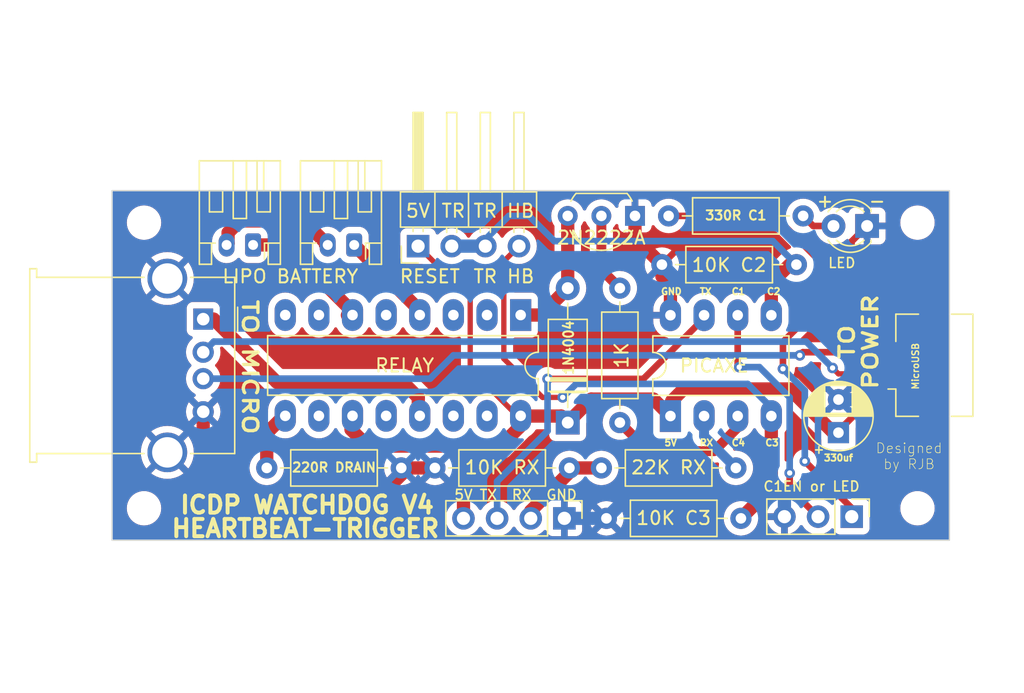
<source format=kicad_pcb>
(kicad_pcb (version 20221018) (generator pcbnew)
  (layers (0 "F.Cu" signal) (31 "B.Cu" signal) (34 "B.Paste" user) (35 "F.Paste" user) (36 "B.SilkS" user "B.Silkscreen") (37 "F.SilkS" user "F.Silkscreen") (38 "B.Mask" user) (39 "F.Mask" user) (44 "Edge.Cuts" user))
  (net 0 "")
  (net 1 "GND")
  (net 2 "5V")
  (net 3 "D+")
  (net 4 "D-")
  (net 5 "TR")
  (net 6 "HB")
  (net 7 "Base")
  (net 8 "Collector")
  (net 9 "RX")
  (net 10 "C2")
  (net 11 "LEDJ")
  (footprint "Connector_PinHeader_2.54mm:PinHeader_1x04_P2.54mm_Horizontal" (layer "F.Cu") (at 87.63 44.323 90)
    (fp_text reference "REF**" hide)
    (fp_text value "PinHeader_1x04_P2.54mm_Horizontal")
    (pad "1" thru_hole rect (at 0 0 90) (size 1.7 1.7) (drill 1) (layers "*.Cu" "*.Mask") (net 2 "5V"))
    (pad "2" thru_hole oval (at 0 2.54 90) (size 1.7 1.7) (drill 1) (layers "*.Cu" "*.Mask") (net 5 "TR"))
    (pad "3" thru_hole oval (at 0 5.08 90) (size 1.7 1.7) (drill 1) (layers "*.Cu" "*.Mask") (net 5 "TR"))
    (pad "4" thru_hole oval (at 0 7.62 90) (size 1.7 1.7) (drill 1) (layers "*.Cu" "*.Mask") (net 6 "HB"))
  )
  (footprint "Connector_USB:USB_Micro-B_Amphenol_10104110_Horizontal" (layer "F.Cu") (at 125.375 53.325 90)
    (fp_text reference "MicroUSB" (at -0.075 -0.175 90) (layer "F.SilkS") (effects (font (size 0.5 0.5) (thickness 0.1))))
    (fp_text value "USB_Micro-B_Amphenol_10104110_Horizontal")
    (pad "1" smd rect (at -1.3 -1.55 90) (size 0.4 1.4) (layers "F.Cu" "F.Paste" "F.Mask") (net 2 "5V"))
    (pad "2" smd rect (at -0.65 -1.55 90) (size 0.4 1.4) (layers "F.Cu" "F.Paste" "F.Mask") (net 4 "D-"))
    (pad "3" smd rect (at 0 -1.55 90) (size 0.4 1.4) (layers "F.Cu" "F.Paste" "F.Mask") (net 3 "D+"))
    (pad "4" smd rect (at 0.65 -1.55 90) (size 0.4 1.4) (layers "F.Cu" "F.Paste" "F.Mask"))
    (pad "5" smd rect (at 1.3 -1.55 90) (size 0.4 1.4) (layers "F.Cu" "F.Paste" "F.Mask") (net 1 "GND"))
    (pad "6" smd rect (at -3.75 1.3 90) (size 2.3 1.9) (layers "F.Cu" "F.Paste" "F.Mask") (net 1 "GND"))
    (pad "6" smd rect (at -1.15 1.3 90) (size 1.8 1.9) (layers "F.Cu" "F.Paste" "F.Mask") (net 1 "GND"))
    (pad "6" smd rect (at 1.15 1.3 90) (size 1.8 1.9) (layers "F.Cu" "F.Paste" "F.Mask") (net 1 "GND"))
    (pad "6" smd rect (at 3.75 1.3 90) (size 2.3 1.9) (layers "F.Cu" "F.Paste" "F.Mask") (net 1 "GND"))
  )
  (footprint "MountingHole:MountingHole_2.1mm" (layer "F.Cu") (at 125.349 64.135)
    (fp_text reference "BRH" hide)
    (fp_text value "MountingHole_2.1mm")
    (pad "" np_thru_hole circle (at 0 0) (size 2.1 2.1) (drill 2.1) (layers "*.Cu" "*.Mask"))
  )
  (footprint "Package_TO_SOT_THT:TO-92L_Inline_Wide" (layer "F.Cu") (at 104.013 42.037 180)
    (fp_text reference "2N2222A" (at 2.54 -1.651) (layer "F.SilkS"))
    (fp_text value "TO-92L_Inline_Wide")
    (pad "1" thru_hole rect (at 0 0 180) (size 1.5 1.5) (drill 0.8) (layers "*.Cu" "*.Mask") (net 1 "GND"))
    (pad "2" thru_hole circle (at 2.54 0 180) (size 1.5 1.5) (drill 0.8) (layers "*.Cu" "*.Mask") (net 7 "Base"))
    (pad "3" thru_hole circle (at 5.08 0 180) (size 1.5 1.5) (drill 0.8) (layers "*.Cu" "*.Mask") (net 8 "Collector"))
  )
  (footprint "Resistor_THT:R_Axial_DIN0207_L6.3mm_D2.5mm_P10.16mm_Horizontal" (layer "F.Cu") (at 86.36 61.087 180)
    (fp_text reference "220R DRAIN" (at 5.08 0.037) (layer "F.SilkS") (effects (font (size 0.7 0.7))))
    (fp_text value "R_Axial_DIN0207_L6.3mm_D2.5mm_P10.16mm_Horizontal")
    (pad "1" thru_hole circle (at 0 0 180) (size 1.6 1.6) (drill 0.8) (layers "F&B.Cu" "*.Mask") (net 1 "GND"))
    (pad "2" thru_hole oval (at 10.16 0 180) (size 1.6 1.6) (drill 0.8) (layers "F&B.Cu" "*.Mask"))
  )
  (footprint "Connector_PinHeader_2.54mm:PinHeader_1x03_P2.54mm_Vertical" (layer "F.Cu") (at 120.381 64.77 -90)
    (fp_text reference "REF**" hide)
    (fp_text value "PinHeader_1x03_P2.54mm_Vertical")
    (pad "1" thru_hole rect (at 0 0 270) (size 1.7 1.7) (drill 1) (layers "*.Cu" "*.Mask") (net 11 "LEDJ"))
    (pad "2" thru_hole oval (at 0 2.54 270) (size 1.7 1.7) (drill 1) (layers "*.Cu" "*.Mask") (net 10 "C2"))
    (pad "3" thru_hole oval (at 0 5.08 270) (size 1.7 1.7) (drill 1) (layers "*.Cu" "*.Mask") (net 1 "GND"))
  )
  (footprint "Capacitor_THT:CP_Radial_D5.0mm_P2.50mm" (layer "F.Cu") (at 119.38 58.42 90)
    (fp_text reference "330uf" (at -1.905 0) (layer "F.SilkS") (effects (font (size 0.5 0.5) (thickness 0.125))))
    (fp_text value "CP_Radial_D5.0mm_P2.50mm")
    (pad "1" thru_hole rect (at 0 0 90) (size 1.6 1.6) (drill 0.8) (layers "*.Cu" "*.Mask") (net 2 "5V"))
    (pad "2" thru_hole circle (at 2.5 0 90) (size 1.6 1.6) (drill 0.8) (layers "*.Cu" "*.Mask") (net 1 "GND"))
  )
  (footprint "MountingHole:MountingHole_2.1mm" (layer "F.Cu") (at 66.929 42.545)
    (fp_text reference "TLH" hide)
    (fp_text value "MountingHole_2.1mm")
    (pad "" np_thru_hole circle (at 0 0) (size 2.1 2.1) (drill 2.1) (layers "*.Cu" "*.Mask"))
  )
  (footprint "MountingHole:MountingHole_2.1mm" (layer "F.Cu") (at 125.349 42.545)
    (fp_text reference "TRH" hide)
    (fp_text value "MountingHole_2.1mm")
    (pad "" np_thru_hole circle (at 0 0) (size 2.1 2.1) (drill 2.1) (layers "*.Cu" "*.Mask"))
  )
  (footprint "Resistor_THT:R_Axial_DIN0207_L6.3mm_D2.5mm_P10.16mm_Horizontal" (layer "F.Cu") (at 116.713 42.037 180)
    (fp_text reference "330R C1" (at 5.08 0.037) (layer "F.SilkS") (effects (font (size 0.7 0.7))))
    (fp_text value "R_Axial_DIN0207_L6.3mm_D2.5mm_P10.16mm_Horizontal")
    (pad "1" thru_hole circle (at 0 0 180) (size 1.6 1.6) (drill 0.8) (layers "*.Cu" "*.Mask"))
    (pad "2" thru_hole oval (at 10.16 0 180) (size 1.6 1.6) (drill 0.8) (layers "*.Cu" "*.Mask") (net 11 "LEDJ"))
  )
  (footprint "Resistor_THT:R_Axial_DIN0207_L6.3mm_D2.5mm_P10.16mm_Horizontal" (layer "F.Cu") (at 101.854 64.897)
    (fp_text reference "10K C3" (at 5.08 -0.02) (layer "F.SilkS"))
    (fp_text value "R_Axial_DIN0207_L6.3mm_D2.5mm_P10.16mm_Horizontal")
    (pad "1" thru_hole circle (at 0 0) (size 1.6 1.6) (drill 0.8) (layers "F&B.Cu" "*.Mask") (net 1 "GND"))
    (pad "2" thru_hole oval (at 10.16 0) (size 1.6 1.6) (drill 0.8) (layers "F&B.Cu" "*.Mask") (net 6 "HB"))
  )
  (footprint "LED_THT:LED_D3.0mm" (layer "F.Cu") (at 121.544 42.799 180)
    (fp_text reference "LED" hide)
    (fp_text value "LED_D3.0mm")
    (pad "1" thru_hole rect (at 0 0 180) (size 1.8 1.8) (drill 0.9) (layers "*.Cu" "*.Mask") (net 1 "GND"))
    (pad "2" thru_hole circle (at 2.54 0 180) (size 1.8 1.8) (drill 0.9) (layers "*.Cu" "*.Mask"))
  )
  (footprint "MountingHole:MountingHole_2.1mm" (layer "F.Cu") (at 66.929 64.135)
    (fp_text reference "BLH" hide)
    (fp_text value "MountingHole_2.1mm")
    (pad "" np_thru_hole circle (at 0 0) (size 2.1 2.1) (drill 2.1) (layers "*.Cu" "*.Mask"))
  )
  (footprint "Diode_THT:D_A-405_P10.16mm_Horizontal" (layer "F.Cu") (at 98.933 57.658 90)
    (fp_text reference "1N4004" (at 5.658 0.067 90) (layer "F.SilkS") (effects (font (size 0.75 0.7))))
    (fp_text value "D_A-405_P10.16mm_Horizontal")
    (pad "1" thru_hole rect (at 0 0 90) (size 1.8 1.8) (drill 0.9) (layers "*.Cu" "*.Mask") (net 2 "5V"))
    (pad "2" thru_hole oval (at 10.16 0 90) (size 1.8 1.8) (drill 0.9) (layers "*.Cu" "*.Mask") (net 8 "Collector"))
  )
  (footprint "Resistor_THT:R_Axial_DIN0207_L6.3mm_D2.5mm_P10.16mm_Horizontal" (layer "F.Cu") (at 101.473 61.087)
    (fp_text reference "22K RX" (at 5.08 -0.037) (layer "F.SilkS"))
    (fp_text value "R_Axial_DIN0207_L6.3mm_D2.5mm_P10.16mm_Horizontal")
    (pad "1" thru_hole circle (at 0 0) (size 1.6 1.6) (drill 0.8) (layers "F&B.Cu" "*.Mask") (net 9 "RX"))
    (pad "2" thru_hole oval (at 10.16 0) (size 1.6 1.6) (drill 0.8) (layers "F&B.Cu" "*.Mask"))
  )
  (footprint "Resistor_THT:R_Axial_DIN0207_L6.3mm_D2.5mm_P10.16mm_Horizontal" (layer "F.Cu") (at 88.9 61.087)
    (fp_text reference "10K RX" (at 5.08 -0.037) (layer "F.SilkS"))
    (fp_text value "R_Axial_DIN0207_L6.3mm_D2.5mm_P10.16mm_Horizontal")
    (pad "1" thru_hole circle (at 0 0) (size 1.6 1.6) (drill 0.8) (layers "F&B.Cu" "*.Mask") (net 1 "GND"))
    (pad "2" thru_hole oval (at 10.16 0) (size 1.6 1.6) (drill 0.8) (layers "F&B.Cu" "*.Mask") (net 9 "RX"))
  )
  (footprint "Connector_USB:USB_A_Molex_67643_Horizontal" (layer "F.Cu") (at 71.4 49.84 -90)
    (fp_text reference "TO MICRO" (at 3.627 -3.53 -90 unlocked) (layer "F.SilkS") (effects (font (size 1.1 1.4) (thickness 0.25) bold)))
    (fp_text value "USB_A_Molex_67643_Horizontal")
    (pad "1" thru_hole rect (at 0 0 270) (size 1.6 1.5) (drill 0.95) (layers "*.Cu" "*.Mask"))
    (pad "2" thru_hole circle (at 2.5 0 270) (size 1.6 1.6) (drill 0.95) (layers "*.Cu" "*.Mask") (net 4 "D-"))
    (pad "3" thru_hole circle (at 4.5 0 270) (size 1.6 1.6) (drill 0.95) (layers "*.Cu" "*.Mask") (net 3 "D+"))
    (pad "4" thru_hole circle (at 7 0 270) (size 1.6 1.6) (drill 0.95) (layers "*.Cu" "*.Mask") (net 1 "GND"))
    (pad "5" thru_hole circle (at -3.07 2.71 270) (size 3 3) (drill 2.3) (layers "*.Cu" "*.Mask") (net 1 "GND"))
    (pad "5" thru_hole circle (at 10.07 2.71 270) (size 3 3) (drill 2.3) (layers "*.Cu" "*.Mask") (net 1 "GND"))
  )
  (footprint "Package_DIP:DIP-16_W7.62mm_LongPads" (layer "F.Cu") (at 95.377 49.53 -90)
    (fp_text reference "RELAY" (at 3.81 8.763) (layer "F.SilkS"))
    (fp_text value "DIP-16_W7.62mm_LongPads")
    (pad "1" thru_hole rect (at 0 0 270) (size 2.4 1.6) (drill 0.8) (layers "*.Cu" "*.Mask") (net 8 "Collector"))
    (pad "2" thru_hole oval (at 0 2.54 270) (size 2.4 1.6) (drill 0.8) (layers "*.Cu" "*.Mask"))
    (pad "3" thru_hole oval (at 0 5.08 270) (size 2.4 1.6) (drill 0.8) (layers "*.Cu" "*.Mask"))
    (pad "4" thru_hole oval (at 0 7.62 270) (size 2.4 1.6) (drill 0.8) (layers "*.Cu" "*.Mask") (net 5 "TR"))
    (pad "5" thru_hole oval (at 0 10.16 270) (size 2.4 1.6) (drill 0.8) (layers "*.Cu" "*.Mask"))
    (pad "6" thru_hole oval (at 0 12.7 270) (size 2.4 1.6) (drill 0.8) (layers "*.Cu" "*.Mask"))
    (pad "7" thru_hole oval (at 0 15.24 270) (size 2.4 1.6) (drill 0.8) (layers "*.Cu" "*.Mask"))
    (pad "8" thru_hole oval (at 0 17.78 270) (size 2.4 1.6) (drill 0.8) (layers "*.Cu" "*.Mask"))
    (pad "9" thru_hole oval (at 7.62 17.78 270) (size 2.4 1.6) (drill 0.8) (layers "*.Cu" "*.Mask"))
    (pad "10" thru_hole oval (at 7.62 15.24 270) (size 2.4 1.6) (drill 0.8) (layers "*.Cu" "*.Mask"))
    (pad "11" thru_hole oval (at 7.62 12.7 270) (size 2.4 1.6) (drill 0.8) (layers "*.Cu" "*.Mask") (net 2 "5V"))
    (pad "12" thru_hole oval (at 7.62 10.16 270) (size 2.4 1.6) (drill 0.8) (layers "*.Cu" "*.Mask"))
    (pad "13" thru_hole oval (at 7.62 7.62 270) (size 2.4 1.6) (drill 0.8) (layers "*.Cu" "*.Mask"))
    (pad "14" thru_hole oval (at 7.62 5.08 270) (size 2.4 1.6) (drill 0.8) (layers "*.Cu" "*.Mask"))
    (pad "15" thru_hole oval (at 7.62 2.54 270) (size 2.4 1.6) (drill 0.8) (layers "*.Cu" "*.Mask"))
    (pad "16" thru_hole oval (at 7.62 0 270) (size 2.4 1.6) (drill 0.8) (layers "*.Cu" "*.Mask") (net 2 "5V"))
  )
  (footprint "Resistor_THT:R_Axial_DIN0207_L6.3mm_D2.5mm_P10.16mm_Horizontal" (layer "F.Cu") (at 106.045 45.72)
    (fp_text reference "10K C2" (at 5.08 0.03) (layer "F.SilkS"))
    (fp_text value "R_Axial_DIN0207_L6.3mm_D2.5mm_P10.16mm_Horizontal")
    (pad "1" thru_hole circle (at 0 0) (size 1.6 1.6) (drill 0.8) (layers "*.Cu" "*.Mask") (net 1 "GND"))
    (pad "2" thru_hole oval (at 10.16 0) (size 1.6 1.6) (drill 0.8) (layers "*.Cu" "*.Mask") (net 5 "TR"))
  )
  (footprint "Resistor_THT:R_Axial_DIN0207_L6.3mm_D2.5mm_P10.16mm_Horizontal" (layer "F.Cu") (at 102.87 57.658 90)
    (fp_text reference "1K" (at 5.08 0.13 90) (layer "F.SilkS"))
    (fp_text value "R_Axial_DIN0207_L6.3mm_D2.5mm_P10.16mm_Horizontal")
    (pad "1" thru_hole circle (at 0 0 90) (size 1.6 1.6) (drill 0.8) (layers "F&B.Cu" "*.Mask"))
    (pad "2" thru_hole oval (at 10.16 0 90) (size 1.6 1.6) (drill 0.8) (layers "*.Cu" "*.Mask") (net 7 "Base"))
  )
  (footprint "Connector_JST:JST_PH_S2B-PH-K_1x02_P2.00mm_Horizontal" (layer "F.Cu") (at 75.168 44.233 180)
    (fp_text reference "BAT-OUT" hide)
    (fp_text value "JST_PH_S2B-PH-K_1x02_P2.00mm_Horizontal")
    (pad "1" thru_hole roundrect (at 0 0 180) (size 1.2 1.75) (drill 0.75) (layers "*.Cu" "*.Mask") (roundrect_rratio 0.2083333333))
    (pad "2" thru_hole oval (at 2 0 180) (size 1.2 1.75) (drill 0.75) (layers "*.Cu" "*.Mask"))
  )
  (footprint "Connector_PinHeader_2.54mm:PinHeader_1x04_P2.54mm_Vertical" (layer "F.Cu") (at 98.679 64.897 -90)
    (fp_text reference "REF**" hide)
    (fp_text value "PinHeader_1x04_P2.54mm_Vertical")
    (pad "1" thru_hole rect (at 0 0 270) (size 1.7 1.7) (drill 1) (layers "*.Cu" "*.Mask") (net 1 "GND"))
    (pad "2" thru_hole oval (at 0 2.54 270) (size 1.7 1.7) (drill 1) (layers "*.Cu" "*.Mask") (net 9 "RX"))
    (pad "3" thru_hole oval (at 0 5.08 270) (size 1.7 1.7) (drill 1) (layers "*.Cu" "*.Mask"))
    (pad "4" thru_hole oval (at 0 7.62 270) (size 1.7 1.7) (drill 1) (layers "*.Cu" "*.Mask") (net 2 "5V"))
  )
  (footprint "Package_DIP:DIP-8_W7.62mm_LongPads" (layer "F.Cu") (at 106.69 57.165 90)
    (fp_text reference "PICAXE" (at 3.81 3.31 180) (layer "F.SilkS"))
    (fp_text value "DIP-8_W7.62mm_LongPads")
    (pad "1" thru_hole rect (at 0 0 90) (size 2.4 1.6) (drill 0.8) (layers "*.Cu" "*.Mask") (net 2 "5V"))
    (pad "2" thru_hole oval (at 0 2.54 90) (size 2.4 1.6) (drill 0.8) (layers "*.Cu" "*.Mask"))
    (pad "3" thru_hole oval (at 0 5.08 90) (size 2.4 1.6) (drill 0.8) (layers "*.Cu" "*.Mask"))
    (pad "4" thru_hole oval (at 0 7.62 90) (size 2.4 1.6) (drill 0.8) (layers "*.Cu" "*.Mask") (net 6 "HB"))
    (pad "5" thru_hole oval (at 7.62 7.62 90) (size 2.4 1.6) (drill 0.8) (layers "*.Cu" "*.Mask") (net 5 "TR"))
    (pad "6" thru_hole oval (at 7.62 5.08 90) (size 2.4 1.6) (drill 0.8) (layers "*.Cu" "*.Mask") (net 10 "C2"))
    (pad "7" thru_hole oval (at 7.62 2.54 90) (size 2.4 1.6) (drill 0.8) (layers "*.Cu" "*.Mask"))
    (pad "8" thru_hole oval (at 7.62 0 90) (size 2.4 1.6) (drill 0.8) (layers "*.Cu" "*.Mask") (net 1 "GND"))
  )
  (footprint "Connector_JST:JST_PH_S2B-PH-K_1x02_P2.00mm_Horizontal" (layer "F.Cu") (at 82.804 44.233 180)
    (fp_text reference "BAT IN" hide)
    (fp_text value "JST_PH_S2B-PH-K_1x02_P2.00mm_Horizontal")
    (pad "1" thru_hole roundrect (at 0 0 180) (size 1.2 1.75) (drill 0.75) (layers "*.Cu" "*.Mask") (roundrect_rratio 0.2083333333))
    (pad "2" thru_hole oval (at 2 0 180) (size 1.2 1.75) (drill 0.75) (layers "*.Cu" "*.Mask"))
  )
  (gr_line (start 97.663 55.372) (end 100.203 55.372) (stroke (width 0.15)) (layer "F.SilkS"))
  (gr_rect (start 64.516 40.132) (end 127.762 66.548) (stroke (width 0.1)) (fill none) (layer "Edge.Cuts"))
  (gr_text "TR" (at 92.71 46.609) (layer "F.SilkS") (effects (font (size 1 1))))
  (gr_text "TR" (at 92.71 41.656) (layer "F.SilkS") (effects (font (size 1 1))))
  (gr_text "ICDP WATCHDOG V4" (at 79.248 63.881) (layer "F.SilkS") (effects (font (size 1.3 1.3) (thickness 0.3))))
  (gr_text "+" (at 118.364 40.894) (layer "F.SilkS") (effects (font (size 1 1))))
  (gr_text "C1EN or LED\n" (at 117.348 62.484) (layer "F.SilkS") (effects (font (size 0.75 0.75) (thickness 0.125) bold)))
  (gr_text "TO\nPOWER" (at 120.904 51.562 90) (layer "F.SilkS") (effects (font (size 1.1 1.4) (thickness 0.25) bold)))
  (gr_text "HB" (at 95.377 46.609) (layer "F.SilkS") (effects (font (size 1 1))))
  (gr_text "RESET" (at 88.519 46.609) (layer "F.SilkS") (effects (font (size 1 1))))
  (gr_text "LIPO BATTERY" (at 77.978 46.609) (layer "F.SilkS") (effects (font (size 1 1))))
  (gr_text "Designed\nby RJB" (at 124.714 60.198) (layer "F.SilkS") (effects (font (size 0.75 0.75) (thickness 0.05))))
  (gr_text "RX\n" (at 108.839 59.182) (layer "F.SilkS") (effects (font (size 0.5 0.5) (thickness 0.125)) (justify left)))
  (gr_text "C3\n" (at 113.792 59.182) (layer "F.SilkS") (effects (font (size 0.5 0.5) (thickness 0.125)) (justify left)))
  (gr_text "5V\n" (at 106.172 59.182) (layer "F.SilkS") (effects (font (size 0.5 0.5) (thickness 0.125)) (justify left)))
  (gr_text "GND\n" (at 105.918 47.752) (layer "F.SilkS") (effects (font (size 0.5 0.5) (thickness 0.125)) (justify left)))
  (gr_text "HEARTBEAT-TRIGGER" (at 79.121 65.659) (layer "F.SilkS") (effects (font (size 1.3 1.3) (thickness 0.3))))
  (gr_text "LED" (at 119.634 45.593) (layer "F.SilkS") (effects (font (size 0.75 0.75) (thickness 0.125))))
  (gr_text "TR" (at 90.297 41.656) (layer "F.SilkS") (effects (font (size 1 1))))
  (gr_text "TX  RX  GND" (at 99.695 63.119) (layer "F.SilkS") (effects (font (size 0.75 0.75) (thickness 0.125)) (justify right)))
  (gr_text "C4\n" (at 111.252 59.182) (layer "F.SilkS") (effects (font (size 0.5 0.5) (thickness 0.125)) (justify left)))
  (gr_text "C2\n" (at 113.919 47.752) (layer "F.SilkS") (effects (font (size 0.5 0.5) (thickness 0.125)) (justify left)))
  (gr_text "TX\n" (at 108.839 47.752) (layer "F.SilkS") (effects (font (size 0.5 0.5) (thickness 0.125)) (justify left)))
  (gr_text "5V\n" (at 91.059 63.119) (layer "F.SilkS") (effects (font (size 0.75 0.75) (thickness 0.125) bold)))
  (gr_text "C1\n" (at 111.252 47.752) (layer "F.SilkS") (effects (font (size 0.5 0.5) (thickness 0.125)) (justify left)))
  (gr_text "5V" (at 87.63 41.656) (layer "F.SilkS") (effects (font (size 1 1))))
  (gr_text "-" (at 122.301 40.894) (layer "F.SilkS") (effects (font (size 1 1))))
  (gr_text "HB" (at 95.377 41.656) (layer "F.SilkS") (effects (font (size 1 1))))
  (segment (start 77.634 44.233) (end 75.168 44.233) (width 1) (layer "F.Cu") (net 0))
  (segment (start 108.966 49.281) (end 109.23 49.545) (width 0.2) (layer "F.Cu") (net 0))
  (segment (start 87.645 55.768) (end 87.645 56.911) (width 1) (layer "F.Cu") (net 0))
  (segment (start 86.487 54.61) (end 87.645 55.768) (width 1) (layer "F.Cu") (net 0))
  (segment (start 102.87 57.658) (end 105.029 59.817) (width 0.75) (layer "F.Cu") (net 0))
  (segment (start 73.279 44.122) (end 73.168 44.233) (width 1) (layer "F.Cu") (net 0))
  (segment (start 82.565 49.545) (end 82.565 49.164) (width 1) (layer "F.Cu") (net 0))
  (segment (start 117.475 42.799) (end 116.713 42.037) (width 0.5) (layer "F.Cu") (net 0))
  (segment (start 80.264 44.323) (end 80.28 44.307) (width 0.25) (layer "F.Cu") (net 0))
  (segment (start 111.77 57.394) (end 111.77 57.165) (width 0.2) (layer "F.Cu") (net 0))
  (segment (start 87.645 56.911) (end 87.645 57.165) (width 0.2) (layer "F.Cu") (net 0))
  (segment (start 71.4 49.84) (end 71.43 49.84) (width 0.2) (layer "F.Cu") (net 0))
  (segment (start 76.962 54.61) (end 86.487 54.61) (width 1) (layer "F.Cu") (net 0))
  (segment (start 104.648 54.356) (end 97.409 54.356) (width 0.5) (layer "F.Cu") (net 0))
  (segment (start 78.989 42.418) (end 74.168 42.418) (width 1) (layer "F.Cu") (net 0))
  (segment (start 105.029 59.817) (end 109.982 59.817) (width 0.75) (layer "F.Cu") (net 0))
  (segment (start 82.565 49.545) (end 82.29 49.545) (width 1) (layer "F.Cu") (net 0))
  (segment (start 71.43 49.84) (end 72.192 49.84) (width 1) (layer "F.Cu") (net 0))
  (segment (start 80.28 44.307) (end 80.28 44.233) (width 0.25) (layer "F.Cu") (net 0))
  (segment (start 72.192 49.84) (end 76.962 54.61) (width 1) (layer "F.Cu") (net 0))
  (segment (start 109.347 49.657) (end 104.648 54.356) (width 0.5) (layer "F.Cu") (net 0))
  (segment (start 87.645 56.657) (end 87.645 57.165) (width 0.2) (layer "F.Cu") (net 0))
  (segment (start 80.804 44.233) (end 78.989 42.418) (width 1) (layer "F.Cu") (net 0))
  (segment (start 73.279 43.307) (end 73.279 44.122) (width 1) (layer "F.Cu") (net 0))
  (segment (start 109.347 49.657) (end 109.347 49.428) (width 1) (layer "F.Cu") (net 0))
  (segment (start 111.77 58.029) (end 111.77 57.394) (width 0.75) (layer "F.Cu") (net 0))
  (segment (start 109.982 59.817) (end 111.77 58.029) (width 0.75) (layer "F.Cu") (net 0))
  (segment (start 119.004 42.799) (end 117.475 42.799) (width 0.5) (layer "F.Cu") (net 0))
  (segment (start 74.168 42.418) (end 73.279 43.307) (width 1) (layer "F.Cu") (net 0))
  (segment (start 109.347 49.428) (end 109.23 49.545) (width 0.2) (layer "F.Cu") (net 0))
  (segment (start 82.565 49.164) (end 77.634 44.233) (width 1) (layer "F.Cu") (net 0))
  (via (at 97.409 54.356) (size 0.8) (drill 0.4) (layers "F.Cu" "B.Cu") (net 0))
  (segment (start 109.23 58.684) (end 111.633 61.087) (width 0.75) (layer "B.Cu") (net 0))
  (segment (start 109.23 57.165) (end 109.23 58.684) (width 0.75) (layer "B.Cu") (net 0))
  (segment (start 93.599 62.103) (end 97.409 58.293) (width 0.5) (layer "B.Cu") (net 0))
  (segment (start 93.599 64.897) (end 93.599 62.103) (width 0.5) (layer "B.Cu") (net 0))
  (segment (start 97.409 58.293) (end 97.409 54.356) (width 0.5) (layer "B.Cu") (net 0))
  (segment (start 120.37 49.84) (end 120.37 43.973) (width 0.5) (layer "F.Cu") (net 1))
  (segment (start 106.985 49.84) (end 106.69 49.545) (width 0.2) (layer "F.Cu") (net 1))
  (segment (start 104.013 43.687998) (end 106.045002 45.72) (width 1) (layer "F.Cu") (net 1))
  (segment (start 71.4 61.621) (end 71.4 56.84) (width 1) (layer "F.Cu") (net 1))
  (segment (start 120.37 43.973) (end 121.544 42.799) (width 0.5) (layer "F.Cu") (net 1))
  (segment (start 104.013 41.783) (end 104.013 43.687998) (width 1) (layer "F.Cu") (net 1))
  (segment (start 106.69 49.545) (end 106.69 47.254) (width 1) (layer "F.Cu") (net 1))
  (segment (start 83.185 64.77) (end 74.549 64.77) (width 1) (layer "F.Cu") (net 1))
  (segment (start 86.36 61.595) (end 83.185 64.77) (width 1) (layer "F.Cu") (net 1))
  (segment (start 74.549 64.77) (end 71.4 61.621) (width 1) (layer "F.Cu") (net 1))
  (segment (start 86.36 61.087) (end 86.36 61.595) (width 1) (layer "F.Cu") (net 1))
  (segment (start 122.555 52.025) (end 120.37 49.84) (width 0.4) (layer "F.Cu") (net 1))
  (segment (start 88.9 61.087) (end 86.36 61.087) (width 1) (layer "F.Cu") (net 1))
  (segment (start 123.825 52.025) (end 122.555 52.025) (width 0.4) (layer "F.Cu") (net 1))
  (segment (start 106.69 47.254) (end 106.045 46.609) (width 1) (layer "F.Cu") (net 1))
  (segment (start 115.301 64.77) (end 115.301 63.007) (width 1) (layer "B.Cu") (net 1))
  (segment (start 101.854 64.897) (end 98.679 64.897) (width 1) (layer "B.Cu") (net 1))
  (segment (start 122.555 58.928) (end 118.491 62.992) (width 1) (layer "B.Cu") (net 1))
  (segment (start 122.388 55.92) (end 122.555 55.753) (width 0.2) (layer "B.Cu") (net 1))
  (segment (start 107.315 46.99) (end 114.681 46.99) (width 1) (layer "B.Cu") (net 1))
  (segment (start 115.316 62.992) (end 103.759 62.992) (width 1) (layer "B.Cu") (net 1))
  (segment (start 122.555 52.025) (end 120.37 49.84) (width 1) (layer "B.Cu") (net 1))
  (segment (start 118.491 62.992) (end 115.316 62.992) (width 1) (layer "B.Cu") (net 1))
  (segment (start 103.759 62.992) (end 101.854 64.897) (width 1) (layer "B.Cu") (net 1))
  (segment (start 122.555 52.07) (end 122.555 55.753) (width 1) (layer "B.Cu") (net 1))
  (segment (start 114.681 46.99) (end 117.531 49.84) (width 1) (layer "B.Cu") (net 1))
  (segment (start 122.555 52.07) (end 122.555 52.025) (width 0.2) (layer "B.Cu") (net 1))
  (segment (start 115.301 63.007) (end 115.316 62.992) (width 0.2) (layer "B.Cu") (net 1))
  (segment (start 106.045 45.72) (end 107.315 46.99) (width 1) (layer "B.Cu") (net 1))
  (segment (start 122.555 55.753) (end 122.555 58.928) (width 1) (layer "B.Cu") (net 1))
  (segment (start 117.531 49.84) (end 120.37 49.84) (width 1) (layer "B.Cu") (net 1))
  (segment (start 119.38 55.92) (end 122.388 55.92) (width 1) (layer "B.Cu") (net 1))
  (segment (start 105.405 55.88) (end 106.69 57.165) (width 1) (layer "F.Cu") (net 2))
  (segment (start 82.565 57.165) (end 82.565 58.181) (width 1) (layer "F.Cu") (net 2))
  (segment (start 88.138 44.323) (end 87.757 44.704) (width 0.2) (layer "F.Cu") (net 2))
  (segment (start 91.567 48.26) (end 91.567 53.594) (width 0.4) (layer "F.Cu") (net 2))
  (segment (start 98.44 57.165) (end 98.933 57.658) (width 1) (layer "F.Cu") (net 2))
  (segment (start 106.792 56.022) (end 107.696 55.118) (width 1) (layer "F.Cu") (net 2))
  (segment (start 123.825 54.625) (end 123.048 54.625) (width 0.5) (layer "F.Cu") (net 2))
  (segment (start 91.313 59.436) (end 92.075 59.436) (width 1) (layer "F.Cu") (net 2))
  (segment (start 87.63 44.323) (end 91.567 48.26) (width 0.4) (layer "F.Cu") (net 2))
  (segment (start 95.265 57.165) (end 98.44 57.165) (width 1) (layer "F.Cu") (net 2))
  (segment (start 119.38 58.293) (end 119.38 58.42) (width 0.5) (layer "F.Cu") (net 2))
  (segment (start 100.711 55.88) (end 105.405 55.88) (width 1) (layer "F.Cu") (net 2))
  (segment (start 118.998997 58.42) (end 119.38 58.42) (width 1) (layer "F.Cu") (net 2))
  (segment (start 95.265 58.024) (end 95.265 57.897) (width 1) (layer "F.Cu") (net 2))
  (segment (start 115.696997 55.118) (end 118.998997 58.42) (width 1) (layer "F.Cu") (net 2))
  (segment (start 82.565 58.181) (end 83.82 59.436) (width 1) (layer "F.Cu") (net 2))
  (segment (start 93.853 59.436) (end 95.265 58.024) (width 1) (layer "F.Cu") (net 2))
  (segment (start 91.059 59.436) (end 91.059 64.897) (width 1) (layer "F.Cu") (net 2))
  (segment (start 95.265 57.897) (end 95.265 57.165) (width 0.2) (layer "F.Cu") (net 2))
  (segment (start 92.075 59.436) (end 93.853 59.436) (width 1) (layer "F.Cu") (net 2))
  (segment (start 106.792 57.165) (end 106.792 56.022) (width 1) (layer "F.Cu") (net 2))
  (segment (start 83.82 59.436) (end 91.313 59.436) (width 1) (layer "F.Cu") (net 2))
  (segment (start 123.048 54.625) (end 119.38 58.293) (width 0.5) (layer "F.Cu") (net 2))
  (segment (start 91.567 53.594) (end 95.138 57.165) (width 0.4) (layer "F.Cu") (net 2))
  (segment (start 95.265 56.53) (end 95.265 57.165) (width 0.2) (layer "F.Cu") (net 2))
  (segment (start 107.696 55.118) (end 115.696997 55.118) (width 1) (layer "F.Cu") (net 2))
  (segment (start 98.933 57.658) (end 100.711 55.88) (width 1) (layer "F.Cu") (net 2))
  (segment (start 106.69 57.165) (end 106.792 57.165) (width 0.2) (layer "F.Cu") (net 2))
  (segment (start 95.138 57.165) (end 95.265 57.165) (width 0.2) (layer "F.Cu") (net 2))
  (segment (start 116.696998 52.34) (end 116.458999 52.577999) (width 0.5) (layer "F.Cu") (net 3))
  (segment (start 123.825 53.325) (end 121.355 53.325) (width 0.4) (layer "F.Cu") (net 3))
  (segment (start 121.355 53.325) (end 120.37 52.34) (width 0.4) (layer "F.Cu") (net 3))
  (segment (start 120.37 52.34) (end 116.696998 52.34) (width 0.5) (layer "F.Cu") (net 3))
  (via (at 116.458999 52.577999) (size 0.8) (drill 0.4) (layers "F.Cu" "B.Cu") (net 3))
  (segment (start 88.535 54.34) (end 90.297 52.578) (width 0.5) (layer "B.Cu") (net 3))
  (segment (start 90.297 52.578) (end 116.458999 52.577999) (width 0.5) (layer "B.Cu") (net 3))
  (segment (start 71.4 54.34) (end 88.535 54.34) (width 0.5) (layer "B.Cu") (net 3))
  (segment (start 119.38 53.975) (end 118.9355 53.5305) (width 0.4) (layer "F.Cu") (net 4))
  (segment (start 123.825 53.975) (end 119.38 53.975) (width 0.4) (layer "F.Cu") (net 4))
  (via (at 118.9355 53.5305) (size 0.8) (drill 0.4) (layers "F.Cu" "B.Cu") (net 4))
  (segment (start 116.945001 51.540001) (end 118.9355 53.5305) (width 0.5) (layer "B.Cu") (net 4))
  (segment (start 71.4 52.34) (end 72.199999 51.540001) (width 0.5) (layer "B.Cu") (net 4))
  (segment (start 72.199999 51.540001) (end 116.945001 51.540001) (width 0.5) (layer "B.Cu") (net 4))
  (segment (start 114.31 49.545) (end 114.31 47.107) (width 1) (layer "F.Cu") (net 5))
  (segment (start 87.63 49.53) (end 87.645 49.545) (width 0) (layer "F.Cu") (net 5))
  (segment (start 115.81 46.115) (end 116.205 45.72) (width 0.25) (layer "F.Cu") (net 5))
  (segment (start 87.645 49.545) (end 87.645 49.074) (width 0) (layer "F.Cu") (net 5))
  (segment (start 114.31 47.107) (end 115.697 45.72) (width 1) (layer "F.Cu") (net 5))
  (segment (start 87.645 49.074) (end 82.804 44.233) (width 1) (layer "F.Cu") (net 5))
  (segment (start 87.757 49.433) (end 87.757 49.403) (width 0) (layer "F.Cu") (net 5))
  (segment (start 82.804 44.233) (end 82.804 44.704) (width 0) (layer "F.Cu") (net 5))
  (segment (start 87.645 49.545) (end 87.757 49.433) (width 0) (layer "F.Cu") (net 5))
  (segment (start 87.757 49.403) (end 87.884 49.53) (width 0) (layer "F.Cu") (net 5))
  (segment (start 82.804 44.704) (end 82.931 44.831) (width 0) (layer "F.Cu") (net 5))
  (segment (start 94.488 42.037) (end 96.012 42.037) (width 0.5) (layer "B.Cu") (net 5))
  (segment (start 96.012 42.037) (end 97.917 43.942) (width 0.5) (layer "B.Cu") (net 5))
  (segment (start 92.837 44.323) (end 92.837 43.688) (width 0.5) (layer "B.Cu") (net 5))
  (segment (start 114.427 43.942) (end 116.205 45.72) (width 0.5) (layer "B.Cu") (net 5))
  (segment (start 90.17 44.323) (end 92.71 44.323) (width 1) (layer "B.Cu") (net 5))
  (segment (start 92.837 43.688) (end 94.488 42.037) (width 0.5) (layer "B.Cu") (net 5))
  (segment (start 97.917 43.942) (end 114.427 43.942) (width 0.5) (layer "B.Cu") (net 5))
  (segment (start 114.31 62.600998) (end 112.013998 64.897) (width 1) (layer "F.Cu") (net 6))
  (segment (start 94.107 45.466) (end 95.25 44.323) (width 0.4) (layer "F.Cu") (net 6))
  (segment (start 97.028 55.753) (end 94.107 52.832) (width 0.4) (layer "F.Cu") (net 6))
  (segment (start 98.552 55.753) (end 97.028 55.753) (width 0.4) (layer "F.Cu") (net 6))
  (segment (start 114.31 57.165) (end 114.31 62.600998) (width 1) (layer "F.Cu") (net 6))
  (segment (start 94.107 52.832) (end 94.107 45.466) (width 0.4) (layer "F.Cu") (net 6))
  (via (at 98.552 55.753) (size 0.8) (drill 0.4) (layers "F.Cu" "B.Cu") (net 6))
  (segment (start 114.31 56.525) (end 112.522 54.737) (width 0.5) (layer "B.Cu") (net 6))
  (segment (start 112.522 54.737) (end 99.568 54.737) (width 0.5) (layer "B.Cu") (net 6))
  (segment (start 114.31 56.525) (end 114.31 57.165) (width 0.2) (layer "B.Cu") (net 6))
  (segment (start 99.568 54.737) (end 98.552 55.753) (width 0.5) (layer "B.Cu") (net 6))
  (segment (start 103.124 47.244) (end 103.505 47.244) (width 0) (layer "F.Cu") (net 7))
  (segment (start 101.473 42.037) (end 101.472999 42.036999) (width 0) (layer "F.Cu") (net 7))
  (segment (start 101.472999 46.100999) (end 101.472999 42.036999) (width 0.75) (layer "F.Cu") (net 7))
  (segment (start 102.489 47.244) (end 102.743 47.498) (width 0) (layer "F.Cu") (net 7))
  (segment (start 102.87 47.498) (end 103.124 47.244) (width 0) (layer "F.Cu") (net 7))
  (segment (start 102.87 47.498) (end 101.472999 46.100999) (width 0.75) (layer "F.Cu") (net 7))
  (segment (start 102.743 47.498) (end 102.87 47.498) (width 0) (layer "F.Cu") (net 7))
  (segment (start 98.932999 47.244001) (end 98.932999 47.498001) (width 0.75) (layer "F.Cu") (net 8))
  (segment (start 98.933 47.498) (end 98.932999 47.498001) (width 1) (layer "F.Cu") (net 8))
  (segment (start 98.933 47.244) (end 98.933 47.498) (width 0.2) (layer "F.Cu") (net 8))
  (segment (start 98.933 47.244) (end 98.932999 47.244001) (width 0.75) (layer "F.Cu") (net 8))
  (segment (start 76.2 60.96) (end 76.2 58.45) (width 1) (layer "F.Cu") (net 8))
  (segment (start 76.2 58.45) (end 77.485 57.165) (width 1) (layer "F.Cu") (net 8))
  (segment (start 95.28 49.53) (end 95.265 49.545) (width 1) (layer "F.Cu") (net 8))
  (segment (start 98.933 47.498) (end 96.901 49.53) (width 1) (layer "F.Cu") (net 8))
  (segment (start 98.933 42.037) (end 98.933 47.498) (width 1) (layer "F.Cu") (net 8))
  (segment (start 96.901 49.53) (end 95.28 49.53) (width 1) (layer "F.Cu") (net 8))
  (segment (start 96.139 64.337) (end 99.389 61.087) (width 1) (layer "F.Cu") (net 9))
  (segment (start 96.139 64.897) (end 96.139 64.337) (width 1) (layer "F.Cu") (net 9))
  (segment (start 99.389 61.087) (end 101.473 61.087) (width 1) (layer "F.Cu") (net 9))
  (segment (start 96.139 64.897) (end 96.266 64.77) (width 0) (layer "B.Cu") (net 9))
  (segment (start 96.266 64.643) (end 96.266 64.77) (width 0) (layer "B.Cu") (net 9))
  (segment (start 111.77 49.545) (end 111.77 53.35) (width 0.5) (layer "F.Cu") (net 10))
  (segment (start 111.77 49.545) (end 111.872 49.545) (width 0) (layer "F.Cu") (net 10))
  (segment (start 115.697 62.626) (end 115.697 61.468) (width 0.5) (layer "F.Cu") (net 10))
  (segment (start 111.77 53.35) (end 111.887 53.467) (width 0) (layer "F.Cu") (net 10))
  (segment (start 117.841 64.77) (end 115.697 62.626) (width 0.5) (layer "F.Cu") (net 10))
  (segment (start 111.872 49.545) (end 111.887 49.53) (width 0) (layer "F.Cu") (net 10))
  (via (at 115.697 61.468) (size 0.8) (drill 0.4) (layers "F.Cu" "B.Cu") (net 10))
  (via (at 111.887 53.467) (size 0.8) (drill 0.4) (layers "F.Cu" "B.Cu") (net 10))
  (segment (start 115.697 55.753) (end 113.411 53.467) (width 0.5) (layer "B.Cu") (net 10))
  (segment (start 115.697 61.468) (end 115.697 55.753) (width 0.5) (layer "B.Cu") (net 10))
  (segment (start 113.411 53.467) (end 111.887 53.467) (width 0.5) (layer "B.Cu") (net 10))
  (segment (start 114.554 42.037) (end 118.237 45.72) (width 0.5) (layer "F.Cu") (net 11))
  (segment (start 106.553 42.037) (end 114.554 42.037) (width 0.5) (layer "F.Cu") (net 11))
  (segment (start 116.84 60.579) (end 120.381 64.12) (width 0.5) (layer "F.Cu") (net 11))
  (segment (start 118.237 45.72) (end 118.237 48.514) (width 0.5) (layer "F.Cu") (net 11))
  (segment (start 120.381 64.12) (end 120.381 64.77) (width 0.2) (layer "F.Cu") (net 11))
  (segment (start 115.189 51.562) (end 115.189 53.594) (width 0.5) (layer "F.Cu") (net 11))
  (segment (start 118.237 48.514) (end 115.189 51.562) (width 0.5) (layer "F.Cu") (net 11))
  (via (at 115.189 53.594) (size 0.8) (drill 0.4) (layers "F.Cu" "B.Cu") (net 11))
  (via (at 116.84 60.579) (size 0.8) (drill 0.4) (layers "F.Cu" "B.Cu") (net 11))
  (segment (start 116.84 55.245) (end 116.84 60.579) (width 0.5) (layer "B.Cu") (net 11))
  (segment (start 115.189 53.594) (end 116.84 55.245) (width 0.5) (layer "B.Cu") (net 11))
  (zone (net 1) (net_name "GND") (layer "F.Cu") (connect_pads (clearance 0.5)) (min_thickness 0.25) (fill yes (thermal_gap 0.5) (thermal_bridge_width 0.5))
    (polygon (pts (xy 64.516 40.132) (xy 127.762 40.132) (xy 127.762 66.548) (xy 64.516 66.548)))
  )
  (zone (net 1) (net_name "GND") (layer "B.Cu") (priority 1) (connect_pads (clearance 0.5)) (min_thickness 0.25) (fill yes (thermal_gap 0.5) (thermal_bridge_width 0.5))
    (polygon (pts (xy 64.516 40.132) (xy 127.762 40.132) (xy 127.762 66.548) (xy 64.516 66.548)))
  )
)
</source>
